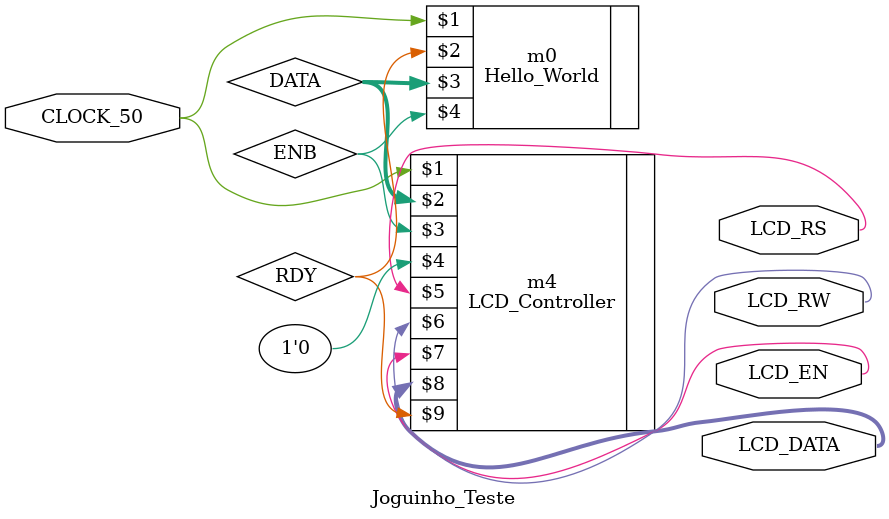
<source format=v>
module Joguinho_Teste(CLOCK_50, LCD_RS, LCD_RW, LCD_EN, LCD_DATA);
	
	input CLOCK_50;
	output LCD_RS, LCD_RW, LCD_EN;
	
	output [7:0] LCD_DATA;
	wire RDY, ENB;
	wire [9:0] DATA;
	wire [1:0] OPER;
	
	Hello_World m0 (CLOCK_50, RDY, DATA, ENB);
	//FPGA_2_LCD m1(CLOCK_50, LCD_RS, LCD_RW, LCD_E, LCD_DATA, RDY, DATA, OPER, 1'b1, 1'b0);
	
	//Clock_Divider m0(CLOCK_50, CLOCK_1);
	//PacMan_Divider m1(CLOCK_50, PM_CLK);
	
	//Shifter m2(CLOCK_1, LINE1, LINE2);
	//Print_Characters m3(LINE1, LINE2, PM_CLK, SW[0], RDY, DATA);
	LCD_Controller m4(CLOCK_50, DATA, ENB, 1'b0, LCD_RS, LCD_RW, LCD_EN, LCD_DATA, RDY);
	
endmodule
</source>
